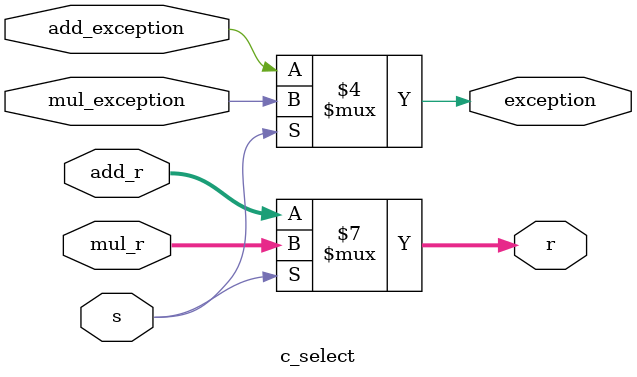
<source format=v>
module c_select(s,mul_r,mul_exception,add_r,add_exception,r,exception);

input s;

input [31:0]mul_r,add_r;
input mul_exception,add_exception;

output reg [31:0]r;
output reg exception;

always@(*)

begin

	if(s == 1)
	begin
	r = mul_r;
	exception <= mul_exception;
	end
	else
	begin
	r = add_r;
	exception <= add_exception;
	end

end

endmodule

</source>
